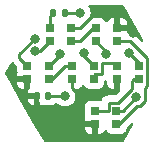
<source format=gbr>
%TF.GenerationSoftware,KiCad,Pcbnew,7.0.5*%
%TF.CreationDate,2023-06-07T10:32:37-06:00*%
%TF.ProjectId,ArmchairBarf,41726d63-6861-4697-9242-6172662e6b69,rev?*%
%TF.SameCoordinates,Original*%
%TF.FileFunction,Copper,L1,Top*%
%TF.FilePolarity,Positive*%
%FSLAX46Y46*%
G04 Gerber Fmt 4.6, Leading zero omitted, Abs format (unit mm)*
G04 Created by KiCad (PCBNEW 7.0.5) date 2023-06-07 10:32:37*
%MOMM*%
%LPD*%
G01*
G04 APERTURE LIST*
G04 Aperture macros list*
%AMRoundRect*
0 Rectangle with rounded corners*
0 $1 Rounding radius*
0 $2 $3 $4 $5 $6 $7 $8 $9 X,Y pos of 4 corners*
0 Add a 4 corners polygon primitive as box body*
4,1,4,$2,$3,$4,$5,$6,$7,$8,$9,$2,$3,0*
0 Add four circle primitives for the rounded corners*
1,1,$1+$1,$2,$3*
1,1,$1+$1,$4,$5*
1,1,$1+$1,$6,$7*
1,1,$1+$1,$8,$9*
0 Add four rect primitives between the rounded corners*
20,1,$1+$1,$2,$3,$4,$5,0*
20,1,$1+$1,$4,$5,$6,$7,0*
20,1,$1+$1,$6,$7,$8,$9,0*
20,1,$1+$1,$8,$9,$2,$3,0*%
G04 Aperture macros list end*
%TA.AperFunction,SMDPad,CuDef*%
%ADD10R,0.700000X0.700000*%
%TD*%
%TA.AperFunction,SMDPad,CuDef*%
%ADD11RoundRect,0.140000X0.140000X0.170000X-0.140000X0.170000X-0.140000X-0.170000X0.140000X-0.170000X0*%
%TD*%
%TA.AperFunction,SMDPad,CuDef*%
%ADD12RoundRect,0.135000X0.135000X0.185000X-0.135000X0.185000X-0.135000X-0.185000X0.135000X-0.185000X0*%
%TD*%
%TA.AperFunction,ViaPad*%
%ADD13C,0.800000*%
%TD*%
%TA.AperFunction,Conductor*%
%ADD14C,0.250000*%
%TD*%
G04 APERTURE END LIST*
D10*
%TO.P,U1,1,DO*%
%TO.N,Net-(U1-DO)*%
X151690000Y-98890000D03*
%TO.P,U1,2,GND*%
%TO.N,GND*%
X151690000Y-97790000D03*
%TO.P,U1,3,DI*%
%TO.N,Net-(U1-DI)*%
X149860000Y-97790000D03*
%TO.P,U1,4,VDD*%
%TO.N,+5V*%
X149860000Y-98890000D03*
%TD*%
D11*
%TO.P,C1,1*%
%TO.N,+5V*%
X149705000Y-103505000D03*
%TO.P,C1,2*%
%TO.N,GND*%
X148745000Y-103505000D03*
%TD*%
D12*
%TO.P,R1,1*%
%TO.N,Net-(J1-Pin_1)*%
X151130000Y-96520000D03*
%TO.P,R1,2*%
%TO.N,Net-(U1-DI)*%
X150110000Y-96520000D03*
%TD*%
D10*
%TO.P,U6,1,DO*%
%TO.N,Net-(J2-Pin_1)*%
X147955000Y-100965000D03*
%TO.P,U6,2,GND*%
%TO.N,GND*%
X147955000Y-102065000D03*
%TO.P,U6,3,DI*%
%TO.N,Net-(U5-DO)*%
X149785000Y-102065000D03*
%TO.P,U6,4,VDD*%
%TO.N,+5V*%
X149785000Y-100965000D03*
%TD*%
%TO.P,U4,1,DO*%
%TO.N,Net-(U4-DO)*%
X155575000Y-100965000D03*
%TO.P,U4,2,GND*%
%TO.N,GND*%
X155575000Y-102065000D03*
%TO.P,U4,3,DI*%
%TO.N,Net-(U3-DO)*%
X157405000Y-102065000D03*
%TO.P,U4,4,VDD*%
%TO.N,+5V*%
X157405000Y-100965000D03*
%TD*%
%TO.P,U3,1,DO*%
%TO.N,Net-(U3-DO)*%
X153670000Y-104775000D03*
%TO.P,U3,2,GND*%
%TO.N,GND*%
X153670000Y-105875000D03*
%TO.P,U3,3,DI*%
%TO.N,Net-(U2-DO)*%
X155500000Y-105875000D03*
%TO.P,U3,4,VDD*%
%TO.N,+5V*%
X155500000Y-104775000D03*
%TD*%
%TO.P,U2,1,DO*%
%TO.N,Net-(U2-DO)*%
X155575000Y-98890000D03*
%TO.P,U2,2,GND*%
%TO.N,GND*%
X155575000Y-97790000D03*
%TO.P,U2,3,DI*%
%TO.N,Net-(U1-DO)*%
X153745000Y-97790000D03*
%TO.P,U2,4,VDD*%
%TO.N,+5V*%
X153745000Y-98890000D03*
%TD*%
%TO.P,U5,1,DO*%
%TO.N,Net-(U5-DO)*%
X151765000Y-100965000D03*
%TO.P,U5,2,GND*%
%TO.N,GND*%
X151765000Y-102065000D03*
%TO.P,U5,3,DI*%
%TO.N,Net-(U4-DO)*%
X153595000Y-102065000D03*
%TO.P,U5,4,VDD*%
%TO.N,+5V*%
X153595000Y-100965000D03*
%TD*%
D13*
%TO.N,+5V*%
X150730909Y-99965066D03*
X156580004Y-99870200D03*
X152763055Y-99891704D03*
X154633897Y-99999224D03*
X148590000Y-99695000D03*
X151130000Y-103505000D03*
X157160586Y-103642240D03*
%TO.N,GND*%
X152400000Y-103505000D03*
X156922280Y-98207211D03*
%TO.N,Net-(J1-Pin_1)*%
X152400000Y-96520000D03*
%TO.N,Net-(J2-Pin_1)*%
X148590000Y-98695497D03*
%TD*%
D14*
%TO.N,+5V*%
X149055000Y-99695000D02*
X149860000Y-98890000D01*
X154633897Y-99778897D02*
X153745000Y-98890000D01*
X152763055Y-99891704D02*
X152763055Y-100133055D01*
X157405000Y-100965000D02*
X157405000Y-100695196D01*
X156027826Y-104775000D02*
X155500000Y-104775000D01*
X157160586Y-103642240D02*
X156027826Y-104775000D01*
X150730909Y-99965066D02*
X150730909Y-100019091D01*
X157405000Y-100695196D02*
X156580004Y-99870200D01*
X148590000Y-99695000D02*
X149055000Y-99695000D01*
X152763055Y-100133055D02*
X153595000Y-100965000D01*
X154633897Y-99999224D02*
X154633897Y-99778897D01*
X150730909Y-100019091D02*
X149785000Y-100965000D01*
X149705000Y-103505000D02*
X151130000Y-103505000D01*
%TO.N,GND*%
X152400000Y-97790000D02*
X153670000Y-96520000D01*
X151765000Y-102065000D02*
X151765000Y-102870000D01*
X151765000Y-102870000D02*
X152400000Y-103505000D01*
X151690000Y-97790000D02*
X152400000Y-97790000D01*
%TO.N,Net-(J1-Pin_1)*%
X151130000Y-96520000D02*
X152400000Y-96520000D01*
%TO.N,Net-(U1-DI)*%
X149860000Y-97790000D02*
X149860000Y-96770000D01*
X149860000Y-96770000D02*
X150110000Y-96520000D01*
%TO.N,Net-(U1-DO)*%
X153495000Y-97790000D02*
X153745000Y-97790000D01*
X152395000Y-98890000D02*
X153495000Y-97790000D01*
X151690000Y-98890000D02*
X152395000Y-98890000D01*
%TO.N,Net-(U2-DO)*%
X155500000Y-105875000D02*
X155750000Y-105875000D01*
X158080000Y-102675586D02*
X158080000Y-100290000D01*
X157460891Y-104367240D02*
X157885586Y-103942545D01*
X158080000Y-100290000D02*
X156680000Y-98890000D01*
X157885586Y-103942545D02*
X157885586Y-102870000D01*
X155750000Y-105875000D02*
X157257760Y-104367240D01*
X157257760Y-104367240D02*
X157460891Y-104367240D01*
X157885586Y-102870000D02*
X158080000Y-102675586D01*
X156680000Y-98890000D02*
X155575000Y-98890000D01*
%TO.N,Net-(U3-DO)*%
X157405000Y-102065000D02*
X157015000Y-102065000D01*
X156845000Y-102235000D02*
X156845000Y-102910000D01*
X154825000Y-104775000D02*
X153670000Y-104775000D01*
X157015000Y-102065000D02*
X156845000Y-102235000D01*
X155655000Y-104100000D02*
X154825000Y-104100000D01*
X156845000Y-102910000D02*
X155655000Y-104100000D01*
X154825000Y-104100000D02*
X154825000Y-104775000D01*
%TO.N,Net-(U4-DO)*%
X155334224Y-100724224D02*
X154333592Y-100724224D01*
X154305000Y-100752816D02*
X154305000Y-101605000D01*
X155575000Y-100965000D02*
X155334224Y-100724224D01*
X153670000Y-101640000D02*
X153595000Y-101715000D01*
X154333592Y-100724224D02*
X154305000Y-100752816D01*
X155575000Y-100965000D02*
X155325000Y-100965000D01*
X154305000Y-101605000D02*
X154270000Y-101640000D01*
X154270000Y-101640000D02*
X153670000Y-101640000D01*
X153595000Y-101715000D02*
X153595000Y-102065000D01*
%TO.N,Net-(U5-DO)*%
X151765000Y-100965000D02*
X151165000Y-100965000D01*
X150065000Y-102065000D02*
X149785000Y-102065000D01*
X151165000Y-100965000D02*
X150065000Y-102065000D01*
%TO.N,Net-(J2-Pin_1)*%
X148564198Y-98695497D02*
X147280000Y-99979695D01*
X148590000Y-98695497D02*
X148564198Y-98695497D01*
X147280000Y-100290000D02*
X147955000Y-100965000D01*
X147280000Y-99979695D02*
X147280000Y-100290000D01*
%TD*%
%TA.AperFunction,Conductor*%
%TO.N,GND*%
G36*
X146757684Y-100651465D02*
G01*
X146779306Y-100673166D01*
X146781832Y-100676423D01*
X146795990Y-100690580D01*
X146808628Y-100705376D01*
X146820405Y-100721586D01*
X146820406Y-100721587D01*
X146856309Y-100751288D01*
X146860620Y-100755210D01*
X146975499Y-100870089D01*
X147068181Y-100962771D01*
X147101666Y-101024094D01*
X147104500Y-101050452D01*
X147104500Y-101362869D01*
X147104501Y-101362876D01*
X147110909Y-101422484D01*
X147129519Y-101472382D01*
X147134503Y-101542074D01*
X147129520Y-101559046D01*
X147111402Y-101607623D01*
X147111401Y-101607627D01*
X147105000Y-101667155D01*
X147105000Y-101815000D01*
X147549155Y-101815000D01*
X147555786Y-101815355D01*
X147557127Y-101815500D01*
X148081001Y-101815499D01*
X148148039Y-101835183D01*
X148193794Y-101887987D01*
X148205000Y-101939499D01*
X148205000Y-102831000D01*
X148185315Y-102898039D01*
X148132511Y-102943794D01*
X148089383Y-102953176D01*
X148086185Y-102955000D01*
X148012968Y-103078803D01*
X148012966Y-103078809D01*
X147967855Y-103234081D01*
X147967854Y-103234087D01*
X147966209Y-103254999D01*
X147966210Y-103255000D01*
X148800500Y-103255000D01*
X148867539Y-103274685D01*
X148913294Y-103327489D01*
X148924500Y-103379000D01*
X148924500Y-103739697D01*
X148927356Y-103775991D01*
X148927357Y-103775997D01*
X148972503Y-103931389D01*
X148972505Y-103931393D01*
X148972506Y-103931395D01*
X148977732Y-103940233D01*
X148995000Y-104003352D01*
X148995000Y-104309503D01*
X149141194Y-104267032D01*
X149161384Y-104255091D01*
X149229108Y-104237906D01*
X149287629Y-104255089D01*
X149308605Y-104267494D01*
X149349587Y-104279400D01*
X149464002Y-104312642D01*
X149464005Y-104312642D01*
X149464007Y-104312643D01*
X149500310Y-104315500D01*
X149500318Y-104315500D01*
X149909682Y-104315500D01*
X149909690Y-104315500D01*
X149945993Y-104312643D01*
X149945995Y-104312642D01*
X149945997Y-104312642D01*
X149986975Y-104300736D01*
X150101395Y-104267494D01*
X150240687Y-104185117D01*
X150247919Y-104177885D01*
X150258986Y-104166819D01*
X150320309Y-104133334D01*
X150346667Y-104130500D01*
X150426252Y-104130500D01*
X150493291Y-104150185D01*
X150518400Y-104171526D01*
X150524126Y-104177885D01*
X150524130Y-104177889D01*
X150677265Y-104289148D01*
X150677270Y-104289151D01*
X150850192Y-104366142D01*
X150850197Y-104366144D01*
X151035354Y-104405500D01*
X151035355Y-104405500D01*
X151224644Y-104405500D01*
X151224646Y-104405500D01*
X151409803Y-104366144D01*
X151582730Y-104289151D01*
X151735871Y-104177888D01*
X151862533Y-104037216D01*
X151957179Y-103873284D01*
X152015674Y-103693256D01*
X152035460Y-103505000D01*
X152015674Y-103316744D01*
X151957179Y-103136716D01*
X151936557Y-103100998D01*
X151920085Y-103033100D01*
X151942938Y-102967073D01*
X151997859Y-102923882D01*
X152043945Y-102915000D01*
X152162828Y-102915000D01*
X152162844Y-102914999D01*
X152222372Y-102908598D01*
X152222379Y-102908596D01*
X152357086Y-102858354D01*
X152357093Y-102858350D01*
X152472187Y-102772190D01*
X152472190Y-102772187D01*
X152558350Y-102657093D01*
X152558354Y-102657086D01*
X152563550Y-102643155D01*
X152605420Y-102587220D01*
X152670884Y-102562801D01*
X152739157Y-102577651D01*
X152788564Y-102627055D01*
X152795915Y-102643151D01*
X152801203Y-102657330D01*
X152801206Y-102657335D01*
X152887452Y-102772544D01*
X152887455Y-102772547D01*
X153002664Y-102858793D01*
X153002671Y-102858797D01*
X153137517Y-102909091D01*
X153137516Y-102909091D01*
X153144444Y-102909835D01*
X153197127Y-102915500D01*
X153992872Y-102915499D01*
X154052483Y-102909091D01*
X154187331Y-102858796D01*
X154302546Y-102772546D01*
X154388796Y-102657331D01*
X154439091Y-102522483D01*
X154445500Y-102462873D01*
X154445499Y-102332477D01*
X154465183Y-102265439D01*
X154513996Y-102223141D01*
X154513671Y-102222592D01*
X154516695Y-102220803D01*
X154517987Y-102219684D01*
X154520267Y-102218670D01*
X154520376Y-102218621D01*
X154520390Y-102218618D01*
X154537629Y-102208422D01*
X154555011Y-102199898D01*
X154555263Y-102199797D01*
X154624836Y-102193368D01*
X154686842Y-102225572D01*
X154721593Y-102286186D01*
X154725000Y-102315055D01*
X154725000Y-102462844D01*
X154731401Y-102522372D01*
X154731403Y-102522379D01*
X154781645Y-102657086D01*
X154781649Y-102657093D01*
X154867809Y-102772187D01*
X154867812Y-102772190D01*
X154982906Y-102858350D01*
X154982913Y-102858354D01*
X155117620Y-102908596D01*
X155117627Y-102908598D01*
X155177155Y-102914999D01*
X155177172Y-102915000D01*
X155325000Y-102915000D01*
X155325000Y-101939499D01*
X155344685Y-101872460D01*
X155397489Y-101826705D01*
X155448996Y-101815499D01*
X155701001Y-101815499D01*
X155768039Y-101835184D01*
X155813794Y-101887988D01*
X155825000Y-101939499D01*
X155825000Y-102933686D01*
X155836008Y-102953846D01*
X155831024Y-103023538D01*
X155802523Y-103067885D01*
X155432228Y-103438181D01*
X155370905Y-103471666D01*
X155344547Y-103474500D01*
X154895847Y-103474500D01*
X154872615Y-103472304D01*
X154864588Y-103470773D01*
X154864586Y-103470773D01*
X154855633Y-103471336D01*
X154807275Y-103474378D01*
X154803403Y-103474500D01*
X154785643Y-103474500D01*
X154768032Y-103476725D01*
X154764164Y-103477090D01*
X154732375Y-103479090D01*
X154706859Y-103480696D01*
X154699085Y-103483222D01*
X154676320Y-103488310D01*
X154668218Y-103489333D01*
X154668205Y-103489337D01*
X154614810Y-103510477D01*
X154611154Y-103511792D01*
X154556559Y-103529533D01*
X154556556Y-103529534D01*
X154549652Y-103533915D01*
X154528880Y-103544499D01*
X154521273Y-103547511D01*
X154521262Y-103547517D01*
X154474814Y-103581263D01*
X154471595Y-103583451D01*
X154423123Y-103614213D01*
X154423120Y-103614216D01*
X154417529Y-103620170D01*
X154400029Y-103635599D01*
X154393413Y-103640405D01*
X154393412Y-103640406D01*
X154356812Y-103684646D01*
X154354238Y-103687565D01*
X154314937Y-103729417D01*
X154314935Y-103729420D01*
X154310994Y-103736589D01*
X154297889Y-103755873D01*
X154292677Y-103762173D01*
X154292674Y-103762178D01*
X154268230Y-103814122D01*
X154266463Y-103817590D01*
X154239682Y-103866309D01*
X154190137Y-103915574D01*
X154121822Y-103930233D01*
X154117764Y-103929864D01*
X154114269Y-103929488D01*
X154067873Y-103924500D01*
X154067866Y-103924500D01*
X153272129Y-103924500D01*
X153272123Y-103924501D01*
X153212516Y-103930908D01*
X153077671Y-103981202D01*
X153077664Y-103981206D01*
X152962455Y-104067452D01*
X152962452Y-104067455D01*
X152876206Y-104182664D01*
X152876202Y-104182671D01*
X152825908Y-104317517D01*
X152819501Y-104377116D01*
X152819500Y-104377135D01*
X152819500Y-105172870D01*
X152819501Y-105172876D01*
X152825909Y-105232484D01*
X152844519Y-105282382D01*
X152849503Y-105352074D01*
X152844520Y-105369046D01*
X152826402Y-105417623D01*
X152826401Y-105417627D01*
X152820000Y-105477155D01*
X152820000Y-105625000D01*
X153264155Y-105625000D01*
X153270786Y-105625355D01*
X153272127Y-105625500D01*
X153796001Y-105625499D01*
X153863039Y-105645183D01*
X153908794Y-105697987D01*
X153920000Y-105749499D01*
X153920000Y-106725000D01*
X154067828Y-106725000D01*
X154067844Y-106724999D01*
X154127372Y-106718598D01*
X154127379Y-106718596D01*
X154262086Y-106668354D01*
X154262093Y-106668350D01*
X154377187Y-106582190D01*
X154377190Y-106582187D01*
X154463350Y-106467093D01*
X154463354Y-106467086D01*
X154468550Y-106453155D01*
X154510420Y-106397220D01*
X154575884Y-106372801D01*
X154644157Y-106387651D01*
X154693564Y-106437055D01*
X154700915Y-106453151D01*
X154706203Y-106467330D01*
X154706206Y-106467335D01*
X154792452Y-106582544D01*
X154792455Y-106582547D01*
X154907664Y-106668793D01*
X154907671Y-106668797D01*
X155042517Y-106719091D01*
X155042516Y-106719091D01*
X155049444Y-106719835D01*
X155102127Y-106725500D01*
X155897872Y-106725499D01*
X155957483Y-106719091D01*
X156092331Y-106668796D01*
X156207546Y-106582546D01*
X156293796Y-106467331D01*
X156344091Y-106332483D01*
X156350500Y-106272873D01*
X156350499Y-106210451D01*
X156370183Y-106143413D01*
X156386813Y-106122775D01*
X156718682Y-105790906D01*
X156780003Y-105757423D01*
X156849695Y-105762407D01*
X156905628Y-105804279D01*
X156930045Y-105869743D01*
X156915193Y-105938016D01*
X156914126Y-105939929D01*
X156109016Y-107354384D01*
X156058746Y-107402909D01*
X156001251Y-107417044D01*
X149453668Y-107417044D01*
X149386629Y-107397359D01*
X149346063Y-107354665D01*
X148641879Y-106125000D01*
X152820000Y-106125000D01*
X152820000Y-106272844D01*
X152826401Y-106332372D01*
X152826403Y-106332379D01*
X152876645Y-106467086D01*
X152876649Y-106467093D01*
X152962809Y-106582187D01*
X152962812Y-106582190D01*
X153077906Y-106668350D01*
X153077913Y-106668354D01*
X153212620Y-106718596D01*
X153212627Y-106718598D01*
X153272155Y-106724999D01*
X153272172Y-106725000D01*
X153420000Y-106725000D01*
X153420000Y-106125000D01*
X152820000Y-106125000D01*
X148641879Y-106125000D01*
X147284666Y-103755000D01*
X147966210Y-103755000D01*
X147967854Y-103775910D01*
X148012968Y-103931195D01*
X148095278Y-104070374D01*
X148095285Y-104070383D01*
X148209616Y-104184714D01*
X148209625Y-104184721D01*
X148348804Y-104267031D01*
X148495000Y-104309504D01*
X148495000Y-103755000D01*
X147966210Y-103755000D01*
X147284666Y-103755000D01*
X146460031Y-102315000D01*
X147105000Y-102315000D01*
X147105000Y-102462844D01*
X147111401Y-102522372D01*
X147111403Y-102522379D01*
X147161645Y-102657086D01*
X147161649Y-102657093D01*
X147247809Y-102772187D01*
X147247812Y-102772190D01*
X147362906Y-102858350D01*
X147362913Y-102858354D01*
X147497620Y-102908596D01*
X147497627Y-102908598D01*
X147557155Y-102914999D01*
X147557172Y-102915000D01*
X147705000Y-102915000D01*
X147705000Y-102315000D01*
X147105000Y-102315000D01*
X146460031Y-102315000D01*
X146085885Y-101661657D01*
X146069652Y-101593700D01*
X146085915Y-101538361D01*
X146573753Y-100687488D01*
X146624174Y-100639122D01*
X146692741Y-100625693D01*
X146757684Y-100651465D01*
G37*
%TD.AperFunction*%
%TA.AperFunction,Conductor*%
G36*
X156084641Y-95823892D02*
G01*
X156125559Y-95867030D01*
X156936067Y-97292869D01*
X157573272Y-98413836D01*
X157758212Y-98739180D01*
X157774228Y-98807189D01*
X157750934Y-98873061D01*
X157695724Y-98915882D01*
X157626128Y-98922057D01*
X157564241Y-98889625D01*
X157562730Y-98888139D01*
X157180803Y-98506212D01*
X157170980Y-98493950D01*
X157170759Y-98494134D01*
X157165786Y-98488122D01*
X157116066Y-98441432D01*
X157114666Y-98440075D01*
X157094476Y-98419884D01*
X157088986Y-98415625D01*
X157084561Y-98411847D01*
X157050582Y-98379938D01*
X157050580Y-98379936D01*
X157050577Y-98379935D01*
X157033029Y-98370288D01*
X157016763Y-98359604D01*
X157000933Y-98347325D01*
X156958168Y-98328818D01*
X156952922Y-98326248D01*
X156912093Y-98303803D01*
X156912092Y-98303802D01*
X156892693Y-98298822D01*
X156874281Y-98292518D01*
X156855898Y-98284562D01*
X156855892Y-98284560D01*
X156809874Y-98277272D01*
X156804152Y-98276087D01*
X156759021Y-98264500D01*
X156759019Y-98264500D01*
X156738984Y-98264500D01*
X156719586Y-98262973D01*
X156712162Y-98261797D01*
X156699805Y-98259840D01*
X156699804Y-98259840D01*
X156653416Y-98264225D01*
X156647578Y-98264500D01*
X156549000Y-98264500D01*
X156481961Y-98244815D01*
X156436206Y-98192011D01*
X156425000Y-98140500D01*
X156425000Y-98040000D01*
X155980845Y-98040000D01*
X155974213Y-98039644D01*
X155973798Y-98039599D01*
X155972876Y-98039500D01*
X155449000Y-98039500D01*
X155381961Y-98019815D01*
X155336206Y-97967011D01*
X155325000Y-97915500D01*
X155325000Y-96940000D01*
X155825000Y-96940000D01*
X155825000Y-97540000D01*
X156425000Y-97540000D01*
X156425000Y-97392172D01*
X156424999Y-97392155D01*
X156418598Y-97332627D01*
X156418596Y-97332620D01*
X156368354Y-97197913D01*
X156368350Y-97197906D01*
X156282190Y-97082812D01*
X156282187Y-97082809D01*
X156167093Y-96996649D01*
X156167086Y-96996645D01*
X156032379Y-96946403D01*
X156032372Y-96946401D01*
X155972844Y-96940000D01*
X155825000Y-96940000D01*
X155325000Y-96940000D01*
X155177155Y-96940000D01*
X155117627Y-96946401D01*
X155117620Y-96946403D01*
X154982913Y-96996645D01*
X154982906Y-96996649D01*
X154867812Y-97082809D01*
X154867809Y-97082812D01*
X154781649Y-97197906D01*
X154781646Y-97197912D01*
X154776447Y-97211851D01*
X154734574Y-97267783D01*
X154669109Y-97292198D01*
X154600836Y-97277345D01*
X154551432Y-97227938D01*
X154544083Y-97211845D01*
X154538796Y-97197669D01*
X154538793Y-97197664D01*
X154452547Y-97082455D01*
X154452544Y-97082452D01*
X154337335Y-96996206D01*
X154337328Y-96996202D01*
X154202482Y-96945908D01*
X154202483Y-96945908D01*
X154142883Y-96939501D01*
X154142881Y-96939500D01*
X154142873Y-96939500D01*
X154142865Y-96939500D01*
X153381209Y-96939500D01*
X153314170Y-96919815D01*
X153268415Y-96867011D01*
X153258471Y-96797853D01*
X153263276Y-96777189D01*
X153285674Y-96708256D01*
X153305460Y-96520000D01*
X153285674Y-96331744D01*
X153227179Y-96151716D01*
X153136388Y-95994461D01*
X153119915Y-95926561D01*
X153142768Y-95860534D01*
X153197689Y-95817343D01*
X153243587Y-95808461D01*
X156017572Y-95804308D01*
X156084641Y-95823892D01*
G37*
%TD.AperFunction*%
%TD*%
M02*

</source>
